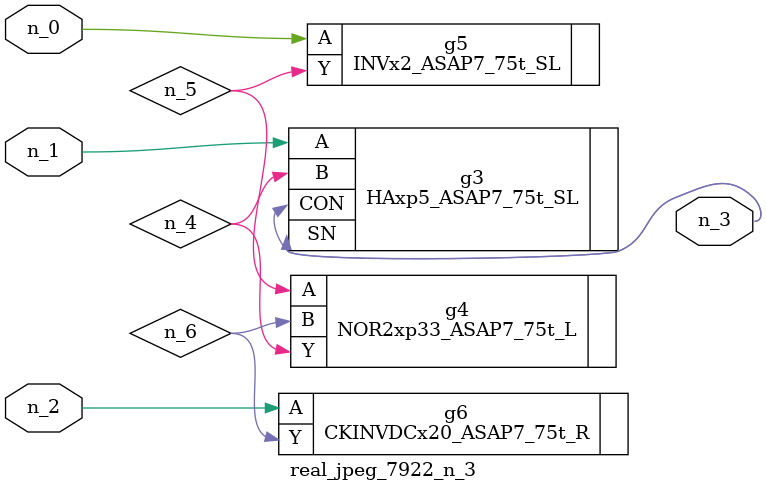
<source format=v>
module real_jpeg_7922_n_3 (n_1, n_0, n_2, n_3);

input n_1;
input n_0;
input n_2;

output n_3;

wire n_5;
wire n_4;
wire n_6;

INVx2_ASAP7_75t_SL g5 ( 
.A(n_0),
.Y(n_5)
);

HAxp5_ASAP7_75t_SL g3 ( 
.A(n_1),
.B(n_4),
.CON(n_3),
.SN(n_3)
);

CKINVDCx20_ASAP7_75t_R g6 ( 
.A(n_2),
.Y(n_6)
);

NOR2xp33_ASAP7_75t_L g4 ( 
.A(n_5),
.B(n_6),
.Y(n_4)
);


endmodule
</source>
